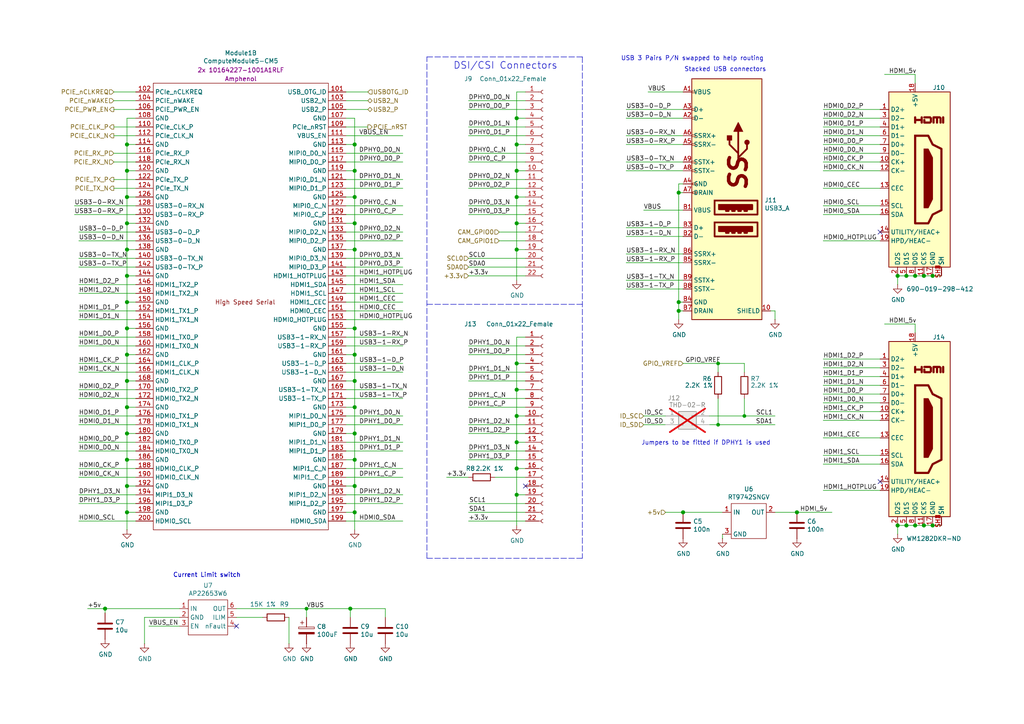
<source format=kicad_sch>
(kicad_sch (version 20231120) (generator "eeschema") (generator_version "8.0")
  (paper "A4")
  (junction (at 102.87 148.59) (diameter 1.016))
  (junction (at 36.83 64.77) (diameter 1.016))
  (junction (at 36.83 102.87) (diameter 1.016))
  (junction (at 265.43 152.4) (diameter 1.016))
  (junction (at 36.83 110.49) (diameter 1.016))
  (junction (at 149.86 120.65) (diameter 1.016))
  (junction (at 102.87 57.15) (diameter 1.016))
  (junction (at 215.9 120.65))
  (junction (at 102.87 133.35) (diameter 1.016))
  (junction (at 149.86 143.51) (diameter 1.016))
  (junction (at 102.87 72.39) (diameter 1.016))
  (junction (at 36.83 57.15) (diameter 1.016))
  (junction (at 231.14 148.59) (diameter 1.016))
  (junction (at 149.86 49.53) (diameter 1.016))
  (junction (at 198.12 148.59) (diameter 1.016))
  (junction (at 102.87 125.73) (diameter 1.016))
  (junction (at 102.87 140.97) (diameter 1.016))
  (junction (at 36.83 80.01) (diameter 1.016))
  (junction (at 267.97 152.4) (diameter 1.016))
  (junction (at 88.9 176.53))
  (junction (at 208.28 105.41))
  (junction (at 102.87 118.11) (diameter 1.016))
  (junction (at 267.97 80.01) (diameter 1.016))
  (junction (at 30.48 176.53) (diameter 1.016))
  (junction (at 102.87 102.87) (diameter 1.016))
  (junction (at 260.35 80.01) (diameter 1.016))
  (junction (at 149.86 113.03) (diameter 1.016))
  (junction (at 102.87 49.53) (diameter 1.016))
  (junction (at 36.83 118.11) (diameter 1.016))
  (junction (at 149.86 64.77) (diameter 1.016))
  (junction (at 260.35 152.4) (diameter 1.016))
  (junction (at 196.85 90.17) (diameter 1.016))
  (junction (at 196.85 87.63) (diameter 1.016))
  (junction (at 265.43 80.01) (diameter 1.016))
  (junction (at 36.83 72.39) (diameter 1.016))
  (junction (at 262.89 152.4) (diameter 1.016))
  (junction (at 36.83 95.25) (diameter 1.016))
  (junction (at 36.83 140.97) (diameter 1.016))
  (junction (at 270.51 80.01) (diameter 1.016))
  (junction (at 36.83 87.63) (diameter 1.016))
  (junction (at 102.87 64.77) (diameter 1.016))
  (junction (at 149.86 135.89) (diameter 1.016))
  (junction (at 36.83 49.53) (diameter 1.016))
  (junction (at 208.28 123.19))
  (junction (at 36.83 41.91) (diameter 1.016))
  (junction (at 36.83 133.35) (diameter 1.016))
  (junction (at 149.86 72.39) (diameter 1.016))
  (junction (at 270.51 152.4) (diameter 1.016))
  (junction (at 102.87 95.25) (diameter 1.016))
  (junction (at 149.86 57.15) (diameter 1.016))
  (junction (at 102.87 110.49) (diameter 1.016))
  (junction (at 149.86 41.91) (diameter 1.016))
  (junction (at 149.86 105.41) (diameter 1.016))
  (junction (at 149.86 34.29) (diameter 1.016))
  (junction (at 196.85 55.88) (diameter 1.016))
  (junction (at 101.6 176.53) (diameter 1.016))
  (junction (at 102.87 41.91) (diameter 1.016))
  (junction (at 36.83 148.59) (diameter 1.016))
  (junction (at 149.86 128.27) (diameter 1.016))
  (junction (at 36.83 125.73) (diameter 1.016))
  (junction (at 262.89 80.01) (diameter 1.016))
  (no_connect (at 68.58 181.61))
  (no_connect (at 255.27 139.7))
  (no_connect (at 255.27 67.31))
  (no_connect (at 152.4 140.97))
  (wire (pts (xy 33.02 36.83) (xy 39.37 36.83)))
  (wire (pts (xy 198.12 55.88) (xy 196.85 55.88)))
  (wire (pts (xy 149.86 113.03) (xy 149.86 120.65)))
  (wire (pts (xy 238.76 44.45) (xy 255.27 44.45)))
  (wire (pts (xy 100.33 107.95) (xy 116.84 107.95)))
  (wire (pts (xy 198.12 90.17) (xy 196.85 90.17)))
  (wire (pts (xy 238.76 54.61) (xy 255.27 54.61)))
  (wire (pts (xy 149.86 49.53) (xy 152.4 49.53)))
  (wire (pts (xy 100.33 130.81) (xy 116.84 130.81)))
  (wire (pts (xy 260.35 152.4) (xy 262.89 152.4)))
  (wire (pts (xy 149.86 57.15) (xy 152.4 57.15)))
  (wire (pts (xy 100.33 49.53) (xy 102.87 49.53)))
  (wire (pts (xy 36.83 34.29) (xy 36.83 41.91)))
  (wire (pts (xy 102.87 57.15) (xy 102.87 49.53)))
  (wire (pts (xy 198.12 87.63) (xy 196.85 87.63)))
  (wire (pts (xy 149.86 113.03) (xy 152.4 113.03)))
  (wire (pts (xy 36.83 72.39) (xy 39.37 72.39)))
  (wire (pts (xy 22.86 90.17) (xy 39.37 90.17)))
  (wire (pts (xy 135.89 44.45) (xy 152.4 44.45)))
  (wire (pts (xy 36.83 118.11) (xy 39.37 118.11)))
  (wire (pts (xy 39.37 148.59) (xy 36.83 148.59)))
  (wire (pts (xy 102.87 72.39) (xy 102.87 64.77)))
  (wire (pts (xy 22.86 74.93) (xy 39.37 74.93)))
  (wire (pts (xy 100.33 120.65) (xy 116.84 120.65)))
  (wire (pts (xy 152.4 74.93) (xy 135.89 74.93)))
  (wire (pts (xy 41.91 179.07) (xy 41.91 186.69)))
  (wire (pts (xy 265.43 80.01) (xy 267.97 80.01)))
  (wire (pts (xy 149.86 128.27) (xy 149.86 135.89)))
  (wire (pts (xy 149.86 34.29) (xy 149.86 41.91)))
  (wire (pts (xy 196.85 90.17) (xy 196.85 92.71)))
  (wire (pts (xy 149.86 64.77) (xy 149.86 72.39)))
  (wire (pts (xy 267.97 152.4) (xy 270.51 152.4)))
  (wire (pts (xy 22.86 146.05) (xy 39.37 146.05)))
  (wire (pts (xy 149.86 41.91) (xy 152.4 41.91)))
  (wire (pts (xy 102.87 110.49) (xy 102.87 118.11)))
  (wire (pts (xy 68.58 176.53) (xy 88.9 176.53)))
  (wire (pts (xy 100.33 138.43) (xy 116.84 138.43)))
  (wire (pts (xy 100.33 64.77) (xy 102.87 64.77)))
  (wire (pts (xy 100.33 128.27) (xy 116.84 128.27)))
  (wire (pts (xy 100.33 97.79) (xy 116.84 97.79)))
  (wire (pts (xy 39.37 34.29) (xy 36.83 34.29)))
  (wire (pts (xy 181.61 39.37) (xy 198.12 39.37)))
  (wire (pts (xy 135.89 46.99) (xy 152.4 46.99)))
  (wire (pts (xy 100.33 105.41) (xy 116.84 105.41)))
  (wire (pts (xy 238.76 109.22) (xy 255.27 109.22)))
  (wire (pts (xy 22.86 69.85) (xy 39.37 69.85)))
  (wire (pts (xy 149.86 41.91) (xy 149.86 49.53)))
  (wire (pts (xy 215.9 105.41) (xy 215.9 107.95)))
  (wire (pts (xy 135.89 107.95) (xy 152.4 107.95)))
  (wire (pts (xy 135.89 29.21) (xy 152.4 29.21)))
  (wire (pts (xy 88.9 176.53) (xy 101.6 176.53)))
  (wire (pts (xy 135.89 52.07) (xy 152.4 52.07)))
  (wire (pts (xy 36.83 125.73) (xy 36.83 133.35)))
  (wire (pts (xy 149.86 72.39) (xy 149.86 81.28)))
  (wire (pts (xy 152.4 151.13) (xy 135.89 151.13)))
  (polyline (pts (xy 168.91 16.51) (xy 168.91 161.925)) (stroke (width 0) (type dash)))
  (wire (pts (xy 238.76 114.3) (xy 255.27 114.3)))
  (wire (pts (xy 33.02 54.61) (xy 39.37 54.61)))
  (wire (pts (xy 238.76 119.38) (xy 255.27 119.38)))
  (wire (pts (xy 149.86 34.29) (xy 152.4 34.29)))
  (wire (pts (xy 33.02 31.75) (xy 39.37 31.75)))
  (wire (pts (xy 36.83 118.11) (xy 36.83 125.73)))
  (wire (pts (xy 238.76 106.68) (xy 255.27 106.68)))
  (wire (pts (xy 135.89 115.57) (xy 152.4 115.57)))
  (wire (pts (xy 22.86 82.55) (xy 39.37 82.55)))
  (wire (pts (xy 238.76 134.62) (xy 255.27 134.62)))
  (wire (pts (xy 22.86 113.03) (xy 39.37 113.03)))
  (wire (pts (xy 36.83 64.77) (xy 36.83 72.39)))
  (wire (pts (xy 205.74 123.19) (xy 208.28 123.19)))
  (wire (pts (xy 238.76 36.83) (xy 255.27 36.83)))
  (wire (pts (xy 100.33 125.73) (xy 102.87 125.73)))
  (wire (pts (xy 100.33 113.03) (xy 116.84 113.03)))
  (wire (pts (xy 100.33 52.07) (xy 116.84 52.07)))
  (wire (pts (xy 265.43 21.59) (xy 265.43 24.13)))
  (wire (pts (xy 22.86 85.09) (xy 39.37 85.09)))
  (wire (pts (xy 36.83 110.49) (xy 36.83 118.11)))
  (wire (pts (xy 129.54 138.43) (xy 135.89 138.43)))
  (wire (pts (xy 238.76 132.08) (xy 255.27 132.08)))
  (wire (pts (xy 193.04 148.59) (xy 198.12 148.59)))
  (wire (pts (xy 215.9 115.57) (xy 215.9 120.65)))
  (wire (pts (xy 33.02 39.37) (xy 39.37 39.37)))
  (wire (pts (xy 100.33 31.75) (xy 106.68 31.75)))
  (wire (pts (xy 102.87 102.87) (xy 102.87 110.49)))
  (wire (pts (xy 149.86 105.41) (xy 152.4 105.41)))
  (wire (pts (xy 135.89 118.11) (xy 152.4 118.11)))
  (wire (pts (xy 256.54 21.59) (xy 265.43 21.59)))
  (wire (pts (xy 102.87 49.53) (xy 102.87 41.91)))
  (wire (pts (xy 238.76 142.24) (xy 255.27 142.24)))
  (wire (pts (xy 36.83 72.39) (xy 36.83 80.01)))
  (wire (pts (xy 21.59 59.69) (xy 39.37 59.69)))
  (wire (pts (xy 152.4 26.67) (xy 149.86 26.67)))
  (wire (pts (xy 208.28 115.57) (xy 208.28 123.19)))
  (wire (pts (xy 39.37 46.99) (xy 33.02 46.99)))
  (wire (pts (xy 102.87 133.35) (xy 102.87 140.97)))
  (wire (pts (xy 22.86 128.27) (xy 39.37 128.27)))
  (wire (pts (xy 224.79 148.59) (xy 231.14 148.59)))
  (wire (pts (xy 22.86 67.31) (xy 39.37 67.31)))
  (wire (pts (xy 100.33 80.01) (xy 116.84 80.01)))
  (wire (pts (xy 152.4 80.01) (xy 135.89 80.01)))
  (wire (pts (xy 149.86 26.67) (xy 149.86 34.29)))
  (wire (pts (xy 181.61 81.28) (xy 198.12 81.28)))
  (wire (pts (xy 135.89 31.75) (xy 152.4 31.75)))
  (wire (pts (xy 238.76 121.92) (xy 255.27 121.92)))
  (wire (pts (xy 36.83 87.63) (xy 36.83 95.25)))
  (wire (pts (xy 100.33 140.97) (xy 102.87 140.97)))
  (wire (pts (xy 116.84 100.33) (xy 100.33 100.33)))
  (wire (pts (xy 135.89 123.19) (xy 152.4 123.19)))
  (wire (pts (xy 36.83 41.91) (xy 39.37 41.91)))
  (wire (pts (xy 262.89 152.4) (xy 265.43 152.4)))
  (wire (pts (xy 152.4 148.59) (xy 135.89 148.59)))
  (wire (pts (xy 181.61 46.99) (xy 198.12 46.99)))
  (wire (pts (xy 260.35 152.4) (xy 260.35 154.94)))
  (wire (pts (xy 33.02 52.07) (xy 39.37 52.07)))
  (wire (pts (xy 36.83 87.63) (xy 39.37 87.63)))
  (wire (pts (xy 36.83 95.25) (xy 36.83 102.87)))
  (wire (pts (xy 102.87 72.39) (xy 102.87 95.25)))
  (wire (pts (xy 100.33 59.69) (xy 116.84 59.69)))
  (wire (pts (xy 83.82 179.07) (xy 83.82 186.69)))
  (wire (pts (xy 22.86 105.41) (xy 39.37 105.41)))
  (wire (pts (xy 43.18 181.61) (xy 52.07 181.61)))
  (polyline (pts (xy 123.825 88.265) (xy 168.91 88.265)) (stroke (width 0) (type dash)))
  (wire (pts (xy 231.14 148.59) (xy 241.3 148.59)))
  (wire (pts (xy 198.12 148.59) (xy 209.55 148.59)))
  (wire (pts (xy 223.52 90.17) (xy 224.79 90.17)))
  (wire (pts (xy 149.86 105.41) (xy 149.86 113.03)))
  (wire (pts (xy 149.86 120.65) (xy 149.86 128.27)))
  (wire (pts (xy 100.33 115.57) (xy 116.84 115.57)))
  (wire (pts (xy 100.33 85.09) (xy 116.84 85.09)))
  (wire (pts (xy 135.89 125.73) (xy 152.4 125.73)))
  (wire (pts (xy 238.76 127) (xy 255.27 127)))
  (wire (pts (xy 100.33 135.89) (xy 116.84 135.89)))
  (wire (pts (xy 149.86 57.15) (xy 149.86 64.77)))
  (wire (pts (xy 36.83 80.01) (xy 39.37 80.01)))
  (wire (pts (xy 181.61 83.82) (xy 198.12 83.82)))
  (wire (pts (xy 135.89 59.69) (xy 152.4 59.69)))
  (wire (pts (xy 181.61 76.2) (xy 198.12 76.2)))
  (wire (pts (xy 238.76 62.23) (xy 255.27 62.23)))
  (wire (pts (xy 144.78 67.31) (xy 152.4 67.31)))
  (wire (pts (xy 144.78 69.85) (xy 152.4 69.85)))
  (wire (pts (xy 36.83 133.35) (xy 39.37 133.35)))
  (wire (pts (xy 100.33 44.45) (xy 116.84 44.45)))
  (wire (pts (xy 39.37 107.95) (xy 22.86 107.95)))
  (wire (pts (xy 100.33 36.83) (xy 106.68 36.83)))
  (wire (pts (xy 238.76 46.99) (xy 255.27 46.99)))
  (wire (pts (xy 196.85 55.88) (xy 196.85 87.63)))
  (wire (pts (xy 100.33 69.85) (xy 116.84 69.85)))
  (wire (pts (xy 181.61 66.04) (xy 198.12 66.04)))
  (wire (pts (xy 102.87 118.11) (xy 102.87 125.73)))
  (wire (pts (xy 36.83 140.97) (xy 36.83 148.59)))
  (wire (pts (xy 102.87 125.73) (xy 102.87 133.35)))
  (wire (pts (xy 238.76 104.14) (xy 255.27 104.14)))
  (wire (pts (xy 100.33 151.13) (xy 116.84 151.13)))
  (wire (pts (xy 22.86 77.47) (xy 39.37 77.47)))
  (wire (pts (xy 36.83 102.87) (xy 39.37 102.87)))
  (wire (pts (xy 143.51 138.43) (xy 152.4 138.43)))
  (wire (pts (xy 100.33 54.61) (xy 116.84 54.61)))
  (wire (pts (xy 135.89 54.61) (xy 152.4 54.61)))
  (wire (pts (xy 100.33 133.35) (xy 102.87 133.35)))
  (wire (pts (xy 135.89 39.37) (xy 152.4 39.37)))
  (wire (pts (xy 36.83 148.59) (xy 36.83 153.67)))
  (wire (pts (xy 88.9 176.53) (xy 88.9 179.07)))
  (wire (pts (xy 33.02 26.67) (xy 39.37 26.67)))
  (wire (pts (xy 149.86 64.77) (xy 152.4 64.77)))
  (wire (pts (xy 238.76 31.75) (xy 255.27 31.75)))
  (wire (pts (xy 22.86 97.79) (xy 39.37 97.79)))
  (wire (pts (xy 196.85 87.63) (xy 196.85 90.17)))
  (polyline (pts (xy 123.825 161.925) (xy 123.825 16.51)) (stroke (width 0) (type dash)))
  (wire (pts (xy 149.86 135.89) (xy 149.86 143.51)))
  (wire (pts (xy 270.51 152.4) (xy 273.05 152.4)))
  (wire (pts (xy 36.83 57.15) (xy 36.83 64.77)))
  (wire (pts (xy 30.48 177.8) (xy 30.48 176.53)))
  (wire (pts (xy 100.33 41.91) (xy 102.87 41.91)))
  (wire (pts (xy 36.83 41.91) (xy 36.83 49.53)))
  (wire (pts (xy 106.68 26.67) (xy 100.33 26.67)))
  (wire (pts (xy 30.48 176.53) (xy 52.07 176.53)))
  (wire (pts (xy 101.6 176.53) (xy 111.76 176.53)))
  (wire (pts (xy 100.33 146.05) (xy 116.84 146.05)))
  (wire (pts (xy 36.83 125.73) (xy 39.37 125.73)))
  (wire (pts (xy 22.86 123.19) (xy 39.37 123.19)))
  (wire (pts (xy 152.4 97.79) (xy 149.86 97.79)))
  (wire (pts (xy 135.89 133.35) (xy 152.4 133.35)))
  (wire (pts (xy 100.33 102.87) (xy 102.87 102.87)))
  (wire (pts (xy 111.76 176.53) (xy 111.76 179.07)))
  (wire (pts (xy 102.87 140.97) (xy 102.87 148.59)))
  (wire (pts (xy 36.83 49.53) (xy 39.37 49.53)))
  (wire (pts (xy 149.86 120.65) (xy 152.4 120.65)))
  (wire (pts (xy 149.86 135.89) (xy 152.4 135.89)))
  (wire (pts (xy 100.33 57.15) (xy 102.87 57.15)))
  (wire (pts (xy 36.83 95.25) (xy 39.37 95.25)))
  (wire (pts (xy 238.76 116.84) (xy 255.27 116.84)))
  (wire (pts (xy 22.86 115.57) (xy 39.37 115.57)))
  (wire (pts (xy 22.86 130.81) (xy 39.37 130.81)))
  (wire (pts (xy 39.37 140.97) (xy 36.83 140.97)))
  (wire (pts (xy 22.86 151.13) (xy 39.37 151.13)))
  (wire (pts (xy 102.87 64.77) (xy 102.87 57.15)))
  (wire (pts (xy 262.89 80.01) (xy 265.43 80.01)))
  (wire (pts (xy 152.4 146.05) (xy 135.89 146.05)))
  (wire (pts (xy 135.89 36.83) (xy 152.4 36.83)))
  (wire (pts (xy 181.61 73.66) (xy 198.12 73.66)))
  (wire (pts (xy 186.69 123.19) (xy 193.04 123.19)))
  (wire (pts (xy 36.83 80.01) (xy 36.83 87.63)))
  (wire (pts (xy 224.79 90.17) (xy 224.79 92.71)))
  (wire (pts (xy 187.96 26.67) (xy 198.12 26.67)))
  (wire (pts (xy 260.35 80.01) (xy 260.35 82.55)))
  (wire (pts (xy 135.89 62.23) (xy 152.4 62.23)))
  (wire (pts (xy 238.76 34.29) (xy 255.27 34.29)))
  (wire (pts (xy 186.69 60.96) (xy 198.12 60.96)))
  (polyline (pts (xy 168.91 161.925) (xy 123.825 161.925)) (stroke (width 0) (type dash)))
  (wire (pts (xy 267.97 80.01) (xy 270.51 80.01)))
  (wire (pts (xy 181.61 34.29) (xy 198.12 34.29)))
  (wire (pts (xy 149.86 128.27) (xy 152.4 128.27)))
  (wire (pts (xy 196.85 53.34) (xy 196.85 55.88)))
  (wire (pts (xy 21.59 62.23) (xy 39.37 62.23)))
  (wire (pts (xy 238.76 41.91) (xy 255.27 41.91)))
  (wire (pts (xy 135.89 130.81) (xy 152.4 130.81)))
  (wire (pts (xy 135.89 110.49) (xy 152.4 110.49)))
  (wire (pts (xy 100.33 92.71) (xy 116.84 92.71)))
  (wire (pts (xy 102.87 41.91) (xy 102.87 34.29)))
  (wire (pts (xy 256.54 93.98) (xy 265.43 93.98)))
  (wire (pts (xy 22.86 138.43) (xy 39.37 138.43)))
  (wire (pts (xy 208.28 105.41) (xy 215.9 105.41)))
  (wire (pts (xy 149.86 49.53) (xy 149.86 57.15)))
  (wire (pts (xy 149.86 143.51) (xy 152.4 143.51)))
  (wire (pts (xy 181.61 41.91) (xy 198.12 41.91)))
  (wire (pts (xy 68.58 179.07) (xy 76.2 179.07)))
  (wire (pts (xy 100.33 110.49) (xy 102.87 110.49)))
  (wire (pts (xy 100.33 77.47) (xy 116.84 77.47)))
  (wire (pts (xy 238.76 59.69) (xy 255.27 59.69)))
  (wire (pts (xy 198.12 105.41) (xy 208.28 105.41)))
  (wire (pts (xy 238.76 111.76) (xy 255.27 111.76)))
  (wire (pts (xy 265.43 93.98) (xy 265.43 96.52)))
  (wire (pts (xy 36.83 57.15) (xy 39.37 57.15)))
  (wire (pts (xy 36.83 133.35) (xy 36.83 140.97)))
  (wire (pts (xy 186.69 120.65) (xy 193.04 120.65)))
  (wire (pts (xy 238.76 49.53) (xy 255.27 49.53)))
  (wire (pts (xy 22.86 120.65) (xy 39.37 120.65)))
  (polyline (pts (xy 123.825 16.51) (xy 169.418 16.51)) (stroke (width 0) (type dash)))
  (wire (pts (xy 149.86 97.79) (xy 149.86 105.41)))
  (wire (pts (xy 100.33 74.93) (xy 116.84 74.93)))
  (wire (pts (xy 100.33 143.51) (xy 116.84 143.51)))
  (wire (pts (xy 100.33 67.31) (xy 116.84 67.31)))
  (wire (pts (xy 100.33 29.21) (xy 106.68 29.21)))
  (wire (pts (xy 205.74 120.65) (xy 215.9 120.65)))
  (wire (pts (xy 208.28 123.19) (xy 224.79 123.19)))
  (wire (pts (xy 22.86 100.33) (xy 39.37 100.33)))
  (wire (pts (xy 181.61 68.58) (xy 198.12 68.58)))
  (wire (pts (xy 238.76 69.85) (xy 255.27 69.85)))
  (wire (pts (xy 152.4 77.47) (xy 135.89 77.47)))
  (wire (pts (xy 100.33 87.63) (xy 116.84 87.63)))
  (wire (pts (xy 33.02 29.21) (xy 39.37 29.21)))
  (wire (pts (xy 36.83 102.87) (xy 36.83 110.49)))
  (wire (pts (xy 209.55 154.94) (xy 209.55 156.21)))
  (wire (pts (xy 22.86 135.89) (xy 39.37 135.89)))
  (wire (pts (xy 135.89 102.87) (xy 152.4 102.87)))
  (wire (pts (xy 100.33 148.59) (xy 102.87 148.59)))
  (wire (pts (xy 100.33 72.39) (xy 102.87 72.39)))
  (wire (pts (xy 181.61 49.53) (xy 198.12 49.53)))
  (wire (pts (xy 22.86 92.71) (xy 39.37 92.71)))
  (wire (pts (xy 198.12 53.34) (xy 196.85 53.34)))
  (wire (pts (xy 100.33 62.23) (xy 116.84 62.23)))
  (wire (pts (xy 270.51 80.01) (xy 273.05 80.01)))
  (wire (pts (xy 135.89 100.33) (xy 152.4 100.33)))
  (wire (pts (xy 260.35 80.01) (xy 262.89 80.01)))
  (wire (pts (xy 100.33 82.55) (xy 116.84 82.55)))
  (wire (pts (xy 36.83 64.77) (xy 39.37 64.77)))
  (wire (pts (xy 149.86 72.39) (xy 152.4 72.39)))
  (wire (pts (xy 100.33 39.37) (xy 116.84 39.37)))
  (wire (pts (xy 25.4 176.53) (xy 30.48 176.53)))
  (wire (pts (xy 100.33 95.25) (xy 102.87 95.25)))
  (wire (pts (xy 238.76 39.37) (xy 255.27 39.37)))
  (wire (pts (xy 265.43 152.4) (xy 267.97 152.4)))
  (wire (pts (xy 102.87 148.59) (xy 102.87 153.67)))
  (wire (pts (xy 208.28 105.41) (xy 208.28 107.95)))
  (wire (pts (xy 101.6 179.07) (xy 101.6 176.53)))
  (wire (pts (xy 22.86 143.51) (xy 39.37 143.51)))
  (wire (pts (xy 181.61 31.75) (xy 198.12 31.75)))
  (wire (pts (xy 149.86 143.51) (xy 149.86 152.4)))
  (wire (pts (xy 52.07 179.07) (xy 41.91 179.07)))
  (wire (pts (xy 36.83 49.53) (xy 36.83 57.15)))
  (wire (pts (xy 100.33 123.19) (xy 116.84 123.19)))
  (wire (pts (xy 100.33 90.17) (xy 116.84 90.17)))
  (wire (pts (xy 102.87 95.25) (xy 102.87 102.87)))
  (wire (pts (xy 100.33 118.11) (xy 102.87 118.11)))
  (wire (pts (xy 39.37 44.45) (xy 33.02 44.45)))
  (wire (pts (xy 215.9 120.65) (xy 224.79 120.65)))
  (wire (pts (xy 102.87 34.29) (xy 100.33 34.29)))
  (wire (pts (xy 36.83 110.49) (xy 39.37 110.49)))
  (wire (pts (xy 100.33 46.99) (xy 116.84 46.99)))
  (text "Current Limit switch" (at 69.85 167.64 0) (effects (font (size 1.27 1.27)) (justify right bottom)))
  (text "Current Limit switch" (at 69.85 167.64 0) (effects (font (size 1.27 1.27)) (justify right bottom)))
  (text "Jumpers to be fitted if DPHY1 is used\n" (at 223.52 129.286 0) (effects (font (size 1.27 1.27)) (justify right bottom)))
  (text "DSI/CSI Connectors" (at 131.445 20.32 0) (effects (font (size 2.0066 2.0066)) (justify left bottom)))
  (text "Stacked USB connectors" (at 222.25 20.955 0) (effects (font (size 1.27 1.27)) (justify right bottom)))
  (text "USB 3 Pairs P/N swapped to help routing" (at 180.086 17.78 0) (effects (font (size 1.27 1.27)) (justify left bottom)))
  (label "HDMI_5v" (at 257.81 21.59 0))
  (label "HDMI0_CEC" (at 238.76 54.61 0))
  (label "USB3-0-TX_N" (at 22.86 74.93 0))
  (label "HDMI0_SDA" (at 104.14 151.13 0))
  (label "HDMI1_D1_P" (at 22.86 90.17 0))
  (label "HDMI1_CK_P" (at 22.86 105.41 0))
  (label "VBUS" (at 88.9 176.53 0))
  (label "SCL1" (at 224.155 120.65 180))
  (label "DPHY0_D0_N" (at 135.89 29.21 0))
  (label "USB3-0-RX_P" (at 21.59 62.23 0))
  (label "HDMI0_D0_N" (at 238.76 44.45 0))
  (label "USB3-1-RX_N" (at 104.14 97.79 0))
  (label "GPIO_VREF" (at 198.755 105.41 0))
  (label "DPHY0_D0_N" (at 116.205 44.45 180))
  (label "HDMI0_D1_N" (at 238.76 39.37 0))
  (label "DPHY0_D0_P" (at 135.89 31.75 0))
  (label "HDMI0_D1_P" (at 238.76 36.83 0))
  (label "VBUS_EN" (at 43.18 181.61 0))
  (label "HDMI1_D0_P" (at 22.86 97.79 0))
  (label "USB3-0-RX_N" (at 181.61 39.37 0))
  (label "USB3-1-TX_P" (at 181.61 83.82 0))
  (label "USB3-1-TX_P" (at 104.14 115.57 0))
  (label "DPHY1_C_P" (at 135.89 118.11 0))
  (label "HDMI_5v" (at 240.03 148.59 180))
  (label "HDMI0_HOTPLUG" (at 238.76 69.85 0))
  (label "DPHY1_D0_P" (at 116.205 123.19 180))
  (label "ID_SC" (at 192.405 120.65 180))
  (label "HDMI1_D1_N" (at 22.86 92.71 0))
  (label "USB3-0-TX_P" (at 22.86 77.47 0))
  (label "HDMI1_D1_P" (at 238.76 109.22 0))
  (label "DPHY0_D3_N" (at 116.205 74.93 180))
  (label "USB3-0-TX_N" (at 181.61 46.99 0))
  (label "ID_SD" (at 192.405 123.19 180))
  (label "DPHY1_D0_N" (at 135.89 100.33 0))
  (label "USB3-0-RX_N" (at 21.59 59.69 0))
  (label "VBUS" (at 186.69 60.96 0))
  (label "+3.3v" (at 135.89 80.01 0))
  (label "DPHY0_D1_P" (at 116.205 54.61 180))
  (label "HDMI0_D2_N" (at 22.86 115.57 0))
  (label "SDA1" (at 224.155 123.19 180))
  (label "HDMI0_SCL" (at 238.76 59.69 0))
  (label "SCL0" (at 135.89 74.93 0))
  (label "HDMI1_D2_P" (at 22.86 82.55 0))
  (label "DPHY0_D1_P" (at 135.89 39.37 0))
  (label "HDMI_5v" (at 257.81 93.98 0))
  (label "USB3-0-TX_P" (at 181.61 49.53 0))
  (label "DPHY0_D0_P" (at 116.205 46.99 180))
  (label "HDMI1_CEC" (at 104.14 87.63 0))
  (label "DPHY0_C_N" (at 135.89 44.45 0))
  (label "DPHY0_C_P" (at 135.89 46.99 0))
  (label "HDMI1_HOTPLUG" (at 104.14 80.01 0))
  (label "HDMI1_D0_P" (at 238.76 114.3 0))
  (label "USB3-1-RX_P" (at 104.14 100.33 0))
  (label "USB3-1-TX_N" (at 104.14 113.03 0))
  (label "DPHY1_D1_P" (at 135.89 110.49 0))
  (label "USB3-0-D_P" (at 22.86 67.31 0))
  (label "+3.3v" (at 129.54 138.43 0))
  (label "HDMI0_D2_P" (at 22.86 113.03 0))
  (label "HDMI0_D1_P" (at 22.86 120.65 0))
  (label "HDMI1_CK_N" (at 22.86 107.95 0))
  (label "DPHY1_D3_P" (at 135.89 133.35 0))
  (label "VBUS_EN" (at 104.14 39.37 0))
  (label "HDMI1_CK_P" (at 238.76 119.38 0))
  (label "DPHY1_C_P" (at 104.14 138.43 0))
  (label "SCL1" (at 140.97 146.05 180))
  (label "HDMI0_D0_N" (at 22.86 130.81 0))
  (label "DPHY0_D3_N" (at 135.89 59.69 0))
  (label "HDMI1_D1_N" (at 238.76 111.76 0))
  (label "DPHY0_D2_N" (at 135.89 52.07 0))
  (label "DPHY1_D1_N" (at 116.205 128.27 180))
  (label "USB3-0-D_N" (at 22.86 69.85 0))
  (label "HDMI1_CEC" (at 238.76 127 0))
  (label "DPHY0_D1_N" (at 116.205 52.07 180))
  (label "HDMI0_D1_N" (at 22.86 123.19 0))
  (label "HDMI1_D2_N" (at 238.76 106.68 0))
  (label "DPHY0_C_N" (at 104.14 59.69 0))
  (label "DPHY0_D3_P" (at 116.205 77.47 180))
  (label "USB3-1-RX_N" (at 181.61 73.66 0))
  (label "DPHY1_D2_N" (at 135.89 123.19 0))
  (label "HDMI0_CEC" (at 104.14 90.17 0))
  (label "USB3-1-D_P" (at 104.14 105.41 0))
  (label "HDMI0_D0_P" (at 238.76 41.91 0))
  (label "HDMI1_D2_P" (at 238.76 104.14 0))
  (label "DPHY0_D2_N" (at 104.14 67.31 0))
  (label "HDMI0_D2_P" (at 238.76 31.75 0))
  (label "DPHY1_D1_P" (at 116.205 130.81 180))
  (label "DPHY1_D3_P" (at 22.86 146.05 0))
  (label "HDMI0_SDA" (at 238.76 62.23 0))
  (label "USB3-0-D_P" (at 181.61 31.75 0))
  (label "USB3-1-TX_N" (at 181.61 81.28 0))
  (label "DPHY0_D3_P" (at 135.89 62.23 0))
  (label "SDA0" (at 135.89 77.47 0))
  (label "+3.3v" (at 135.89 151.13 0))
  (label "HDMI1_D2_N" (at 22.86 85.09 0))
  (label "HDMI1_HOTPLUG" (at 238.76 142.24 0))
  (label "DPHY1_D2_N" (at 104.14 143.51 0))
  (label "USB3-0-RX_P" (at 181.61 41.91 0))
  (label "HDMI1_SDA" (at 104.14 82.55 0))
  (label "DPHY1_D1_N" (at 135.89 107.95 0))
  (label "USB3-0-D_N" (at 181.61 34.29 0))
  (label "DPHY1_C_N" (at 135.89 115.57 0))
  (label "HDMI0_D2_N" (at 238.76 34.29 0))
  (label "HDMI0_CK_P" (at 22.86 135.89 0))
  (label "DPHY0_C_P" (at 104.14 62.23 0))
  (label "USB3-1-D_N" (at 181.61 68.58 0))
  (label "DPHY1_C_N" (at 104.14 135.89 0))
  (label "HDMI1_SCL" (at 238.76 132.08 0))
  (label "HDMI1_SDA" (at 238.76 134.62 0))
  (label "+5v" (at 25.4 176.53 0))
  (label "HDMI1_CK_N" (at 238.76 121.92 0))
  (label "HDMI0_CK_N" (at 22.86 138.43 0))
  (label "DPHY0_D2_P" (at 104.14 69.85 0))
  (label "DPHY0_D1_N" (at 135.89 36.83 0))
  (label "HDMI0_SCL" (at 22.86 151.13 0))
  (label "DPHY1_D2_P" (at 135.89 125.73 0))
  (label "HDMI0_CK_P" (at 238.76 46.99 0))
  (label "DPHY1_D3_N" (at 22.86 143.51 0))
  (label "HDMI1_D0_N" (at 22.86 100.33 0))
  (label "HDMI0_D0_P" (at 22.86 128.27 0))
  (label "USB3-1-D_N" (at 104.14 107.95 0))
  (label "VBUS" (at 187.96 26.67 0))
  (label "DPHY1_D3_N" (at 135.89 130.81 0))
  (label "USB3-1-RX_P" (at 181.61 76.2 0))
  (label "HDMI0_HOTPLUG" (at 104.14 92.71 0))
  (label "HDMI1_D0_N" (at 238.76 116.84 0))
  (label "HDMI0_CK_N" (at 238.76 49.53 0))
  (label "SDA1" (at 140.97 148.59 180))
  (label "DPHY1_D0_N" (at 116.205 120.65 180))
  (label "DPHY0_D2_P" (at 135.89 54.61 0))
  (label "DPHY1_D0_P" (at 135.89 102.87 0))
  (label "DPHY1_D2_P" (at 104.14 146.05 0))
  (label "HDMI1_SCL" (at 104.14 85.09 0))
  (label "USB3-1-D_P" (at 181.61 66.04 0))
  (hierarchical_label "USB2_P" (shape bidirectional) (at 106.68 31.75 0))
  (hierarchical_label "ID_SC" (shape input) (at 186.69 120.65 180))
  (hierarchical_label "PCIE_RX_P" (shape input) (at 33.02 44.45 180))
  (hierarchical_label "PCIE_nCLKREQ" (shape input) (at 33.02 26.67 180))
  (hierarchical_label "PCIE_nWAKE" (shape input) (at 33.02 29.21 180))
  (hierarchical_label "SCL0" (shape input) (at 135.89 74.93 180))
  (hierarchical_label "PCIE_PWR_EN" (shape output) (at 33.02 31.75 180))
  (hierarchical_label "CAM_GPIO1" (shape input) (at 144.78 69.85 180))
  (hierarchical_label "GPIO_VREF" (shape input) (at 198.12 105.41 180))
  (hierarchical_label "PCIE_CLK_N" (shape output) (at 33.02 39.37 180))
  (hierarchical_label "USBOTG_ID" (shape input) (at 106.68 26.67 0))
  (hierarchical_label "ID_SD" (shape input) (at 186.69 123.19 180))
  (hierarchical_label "CAM_GPIO0" (shape input) (at 144.78 67.31 180))
  (hierarchical_label "PCIE_nRST" (shape output) (at 106.68 36.83 0))
  (hierarchical_label "+5v" (shape input) (at 193.04 148.59 180))
  (hierarchical_label "SDA0" (shape input) (at 135.89 77.47 180))
  (hierarchical_label "PCIE_TX_P" (shape output) (at 33.02 52.07 180))
  (hierarchical_label "PCIE_CLK_P" (shape output) (at 33.02 36.83 180))
  (hierarchical_label "+3.3v" (shape input) (at 135.89 80.01 180))
  (hierarchical_label "PCIE_TX_N" (shape output) (at 33.02 54.61 180))
  (hierarchical_label "PCIE_RX_N" (shape input) (at 33.02 46.99 180))
  (hierarchical_label "USB2_N" (shape bidirectional) (at 106.68 29.21 0))
  (symbol (lib_id "power:GND") (at 83.82 186.69 0) (unit 1)
    (property "Reference" "#PWR035" (effects (hide yes)))
    (property "Value" "GND" (at 83.947 191.0842 0))
    (property "Description" "Power symbol creates a global label with name \"GND\" , ground" (effects (hide yes)))
  )
  (symbol (lib_id "power:GND") (at 149.86 81.28 0) (unit 1)
    (property "Reference" "#PWR022" (effects (hide yes)))
    (property "Value" "GND" (at 149.987 85.6742 0))
    (property "Description" "Power symbol creates a global label with name \"GND\" , ground" (effects (hide yes)))
  )
  (symbol (lib_id "power:GND") (at 209.55 156.21 0) (unit 1)
    (property "Reference" "#PWR031" (effects (hide yes)))
    (property "Value" "GND" (at 209.677 160.6042 0))
    (property "Description" "Power symbol creates a global label with name \"GND\" , ground" (effects (hide yes)))
  )
  (symbol (lib_id "power:GND") (at 41.91 186.69 0) (unit 1)
    (property "Reference" "#PWR034" (effects (hide yes)))
    (property "Value" "GND" (at 42.037 191.0842 0))
    (property "Description" "Power symbol creates a global label with name \"GND\" , ground" (effects (hide yes)))
  )
  (symbol (lib_id "CM5IO:AP2553W6") (at 60.96 179.07 0) (unit 1)
    (property "Reference" "U7" (at 60.325 169.799 0))
    (property "Value" "AP22653W6" (at 60.325 172.1104 0))
    (property "Footprint" "Package_TO_SOT_SMD:SOT-23-6" (effects (hide yes)))
    (property "Datasheet" "https://www.diodes.com/assets/Datasheets/AP255x.pdf" (effects (hide yes)))
    (property "Field4" "Digikey" (effects (hide yes)))
    (property "Field5" "	31-AP22653W6-7CT-ND" (effects (hide yes)))
    (property "Field6" "AP22653W6" (effects (hide yes)))
    (property "Field7" "Diodes" (effects (hide yes)))
    (property "Part Description" "	Power Switch/Driver 1:1 P-Channel 2.1A SOT-23-6" (effects (hide yes)))
    (property "digikey" "31-AP22653W6-7CT-ND" (effects (hide yes)))
  )
  (symbol (lib_id "Device:C") (at 101.6 182.88 0) (unit 1)
    (property "Reference" "C9" (at 104.521 181.7116 0) (effects (justify left)))
    (property "Value" "10u" (at 104.521 184.023 0) (effects (justify left)))
    (property "Footprint" "Capacitor_SMD:C_0805_2012Metric_Pad1.18x1.45mm_HandSolder" (effects (hide yes)))
    (property "Field5" "490-14381-1-ND" (effects (hide yes)))
    (property "Field4" "Digikey" (effects (hide yes)))
    (property "Field6" "GRM21BR71A106KA73L" (effects (hide yes)))
    (property "Field7" "Murata" (effects (hide yes)))
    (property "Part Description" "	10uF 10% 10V Ceramic Capacitor X7R 0805 (2012 Metric)" (effects (hide yes)))
    (property "Field8" "111893011" (effects (hide yes)))
    (property "digikey" "1276-1096-1-ND " (effects (hide yes)))
  )
  (symbol (lib_id "power:GND") (at 101.6 186.69 0) (unit 1)
    (property "Reference" "#PWR037" (effects (hide yes)))
    (property "Value" "GND" (at 101.727 191.0842 0))
    (property "Description" "Power symbol creates a global label with name \"GND\" , ground" (effects (hide yes)))
  )
  (symbol (lib_id "power:GND") (at 30.48 185.42 0) (unit 1)
    (property "Reference" "#PWR033" (effects (hide yes)))
    (property "Value" "GND" (at 30.607 189.8142 0))
    (property "Description" "Power symbol creates a global label with name \"GND\" , ground" (effects (hide yes)))
  )
  (symbol (lib_id "CM5IO:USB3_A") (at 209.55 53.34 0) (unit 1)
    (property "Reference" "J11" (at 221.742 58.0644 0) (effects (justify left)))
    (property "Value" "USB3_A" (at 221.742 60.3758 0) (effects (justify left)))
    (property "Footprint" "CM5IO:MTCONN_UBAF30-D2011" (effects (hide yes)))
    (property "Field6" "UBAF30-D2011" (effects (hide yes)))
    (property "Field7" "Mtconn" (effects (hide yes)))
    (property "Field5" "UBAF30-D2011" (effects (hide yes)))
    (property "Part Description" "Dual USB 3 connector" (effects (hide yes)))
    (property "digikey" "380-1411-ND" (effects (hide yes)))
  )
  (symbol (lib_id "Device:R") (at 208.28 111.76 0) (unit 1)
    (property "Reference" "R6" (at 203.708 109.855 0) (effects (justify left)))
    (property "Value" "2.2K 1%" (at 198.628 111.76 0) (effects (justify left)))
    (property "Footprint" "Resistor_SMD:R_0805_2012Metric_Pad1.20x1.40mm_HandSolder" (effects (hide yes)))
    (property "Datasheet" "https://fscdn.rohm.com/en/products/databook/datasheet/passive/resistor/chip_resistor/mcr-e.pdf" (effects (hide yes)))
    (property "Field4" "Farnell" (effects (hide yes)))
    (property "Part Description" "Resistor 2.2K M1005 1% 63mW" (effects (hide yes)))
    (property "digikey" "311-2.20KCRCT-ND" (effects (hide yes)))
  )
  (symbol (lib_id "power:GND") (at 102.87 153.67 0) (unit 1)
    (property "Reference" "#PWR028" (effects (hide yes)))
    (property "Value" "GND" (at 102.997 158.0642 0))
    (property "Description" "Power symbol creates a global label with name \"GND\" , ground" (effects (hide yes)))
  )
  (symbol (lib_id "Connector_Generic:Conn_02x02_Odd_Even") (at 198.12 120.65 0) (unit 1) (dnp yes)
    (property "Reference" "J12" (at 195.453 115.443 0))
    (property "Value" "THD-02-R" (at 199.39 117.4496 0))
    (property "Footprint" "Connector_PinHeader_2.54mm:PinHeader_2x02_P2.54mm_Vertical" (effects (hide yes)))
    (property "Datasheet" "https://www.toby.co.uk/uploads/publications/1673.pdf" (effects (hide yes)))
    (property "Field4" "Toby" (effects (hide yes)))
    (property "Field5" "THD-02-R" (effects (hide yes)))
    (property "Field6" "151-604-425-761" (effects (hide yes)))
    (property "Field7" "EDAC" (effects (hide yes)))
    (property "Field8" "UCON00791" (effects (hide yes)))
    (property "Part Description" "PinHeader_2x02_P2.54mm_Vertical" (effects (hide yes)))
  )
  (symbol (lib_id "power:GND") (at 111.76 186.69 0) (unit 1)
    (property "Reference" "#PWR038" (effects (hide yes)))
    (property "Value" "GND" (at 111.887 191.0842 0))
    (property "Description" "Power symbol creates a global label with name \"GND\" , ground" (effects (hide yes)))
  )
  (symbol (lib_id "Device:C") (at 30.48 181.61 0) (unit 1)
    (property "Reference" "C7" (at 33.401 180.4416 0) (effects (justify left)))
    (property "Value" "10u" (at 33.401 182.753 0) (effects (justify left)))
    (property "Footprint" "Capacitor_SMD:C_0805_2012Metric_Pad1.18x1.45mm_HandSolder" (effects (hide yes)))
    (property "Field5" "490-14381-1-ND" (effects (hide yes)))
    (property "Field4" "Digikey" (effects (hide yes)))
    (property "Field6" "GRM21BR71A106KA73L" (effects (hide yes)))
    (property "Field7" "Murata" (effects (hide yes)))
    (property "Part Description" "	10uF 10% 10V Ceramic Capacitor X7R 0805 (2012 Metric)" (effects (hide yes)))
    (property "Field8" "111893011" (effects (hide yes)))
    (property "digikey" "1276-1096-1-ND " (effects (hide yes)))
  )
  (symbol (lib_id "power:GND") (at 260.35 154.94 0) (unit 1)
    (property "Reference" "#PWR029" (effects (hide yes)))
    (property "Value" "GND" (at 260.477 159.3342 0))
    (property "Description" "Power symbol creates a global label with name \"GND\" , ground" (effects (hide yes)))
  )
  (symbol (lib_id "power:GND") (at 36.83 153.67 0) (unit 1)
    (property "Reference" "#PWR027" (effects (hide yes)))
    (property "Value" "GND" (at 36.957 158.0642 0))
    (property "Description" "Power symbol creates a global label with name \"GND\" , ground" (effects (hide yes)))
  )
  (symbol (lib_id "Device:R") (at 215.9 111.76 0) (unit 1)
    (property "Reference" "R7" (at 217.678 109.855 0) (effects (justify left)))
    (property "Value" "2.2K 1%" (at 217.678 111.76 0) (effects (justify left)))
    (property "Footprint" "Resistor_SMD:R_0805_2012Metric_Pad1.20x1.40mm_HandSolder" (effects (hide yes)))
    (property "Datasheet" "https://fscdn.rohm.com/en/products/databook/datasheet/passive/resistor/chip_resistor/mcr-e.pdf" (effects (hide yes)))
    (property "Field4" "Farnell" (effects (hide yes)))
    (property "Part Description" "Resistor 2.2K M1005 1% 63mW" (effects (hide yes)))
    (property "digikey" "311-2.20KCRCT-ND" (effects (hide yes)))
  )
  (symbol (lib_id "Device:C") (at 198.12 152.4 0) (unit 1)
    (property "Reference" "C5" (at 201.041 151.2316 0) (effects (justify left)))
    (property "Value" "100n" (at 201.041 153.543 0) (effects (justify left)))
    (property "Footprint" "Capacitor_SMD:C_0805_2012Metric_Pad1.18x1.45mm_HandSolder" (effects (hide yes)))
    (property "Field4" "Farnell" (effects (hide yes)))
    (property "Field5" "2611911" (effects (hide yes)))
    (property "Field6" "RM EMK105 B7104KV-F" (effects (hide yes)))
    (property "Field7" "TAIYO YUDEN EUROPE GMBH" (effects (hide yes)))
    (property "Part Description" "	0.1uF 10% 16V Ceramic Capacitor X7R 0402 (1005 Metric)" (effects (hide yes)))
    (property "Field8" "110091611" (effects (hide yes)))
    (property "digikey" "1276-1003-1-ND" (effects (hide yes)))
  )
  (symbol (lib_id "power:GND") (at 224.79 92.71 0) (unit 1)
    (property "Reference" "#PWR025" (effects (hide yes)))
    (property "Value" "GND" (at 224.917 97.1042 0))
    (property "Description" "Power symbol creates a global label with name \"GND\" , ground" (effects (hide yes)))
  )
  (symbol (lib_id "Device:C") (at 111.76 182.88 0) (unit 1)
    (property "Reference" "C10" (at 114.681 181.7116 0) (effects (justify left)))
    (property "Value" "10u" (at 114.681 184.023 0) (effects (justify left)))
    (property "Footprint" "Capacitor_SMD:C_0805_2012Metric_Pad1.18x1.45mm_HandSolder" (effects (hide yes)))
    (property "Field5" "490-14381-1-ND" (effects (hide yes)))
    (property "Field4" "Digikey" (effects (hide yes)))
    (property "Field6" "GRM21BR71A106KA73L" (effects (hide yes)))
    (property "Field7" "Murata" (effects (hide yes)))
    (property "Part Description" "	10uF 10% 10V Ceramic Capacitor X7R 0805 (2012 Metric)" (effects (hide yes)))
    (property "Field8" "111893011" (effects (hide yes)))
    (property "digikey" "1276-1096-1-ND " (effects (hide yes)))
  )
  (symbol (lib_id "Device:R") (at 139.7 138.43 90) (unit 1)
    (property "Reference" "R8" (at 137.795 135.89 90) (effects (justify left)))
    (property "Value" "2.2K 1%" (at 146.05 135.89 90) (effects (justify left)))
    (property "Footprint" "Resistor_SMD:R_0805_2012Metric_Pad1.20x1.40mm_HandSolder" (effects (hide yes)))
    (property "Datasheet" "https://fscdn.rohm.com/en/products/databook/datasheet/passive/resistor/chip_resistor/mcr-e.pdf" (effects (hide yes)))
    (property "Field4" "Farnell" (effects (hide yes)))
    (property "Part Description" "Resistor 2.2K M1005 1% 63mW" (effects (hide yes)))
    (property "digikey" "311-2.20KCRCT-ND" (effects (hide yes)))
  )
  (symbol (lib_id "Connector:Conn_01x22_Socket") (at 157.48 123.19 0) (unit 1)
    (property "Reference" "J13" (at 134.62 93.98 0) (effects (justify left)))
    (property "Value" "Conn_01x22_Female" (at 140.97 93.98 0) (effects (justify left)))
    (property "Footprint" "CM5IO:Hirose_FH12-22S-0.5SH_1x22-1MP_P0.50mm_Horizontal" (effects (hide yes)))
    (property "Datasheet" "https://www.hirose.com/product/document?clcode=&productname=&series=FH12&documenttype=Catalog&lang=en&documentid=D31648_en" (effects (hide yes)))
    (property "Field4" "Mouser" (effects (hide yes)))
    (property "Field5" "798-FH12-22S-0.5SH55" (effects (hide yes)))
    (property "Field6" "FH12-22S-0.5SH55" (effects (hide yes)))
    (property "Field7" "Hirose" (effects (hide yes)))
    (property "Part Description" "22 Position FFC, FPC Connector Contacts, Bottom 0.020\" (0.50mm) Surface Mount, Right Angle" (effects (hide yes)))
    (property "digikey" "HFJ122CT-ND" (effects (hide yes)))
  )
  (symbol (lib_id "power:GND") (at 196.85 92.71 0) (unit 1)
    (property "Reference" "#PWR024" (effects (hide yes)))
    (property "Value" "GND" (at 196.977 97.1042 0))
    (property "Description" "Power symbol creates a global label with name \"GND\" , ground" (effects (hide yes)))
  )
  (symbol (lib_id "power:GND") (at 231.14 156.21 0) (unit 1)
    (property "Reference" "#PWR032" (effects (hide yes)))
    (property "Value" "GND" (at 231.267 160.6042 0))
    (property "Description" "Power symbol creates a global label with name \"GND\" , ground" (effects (hide yes)))
  )
  (symbol (lib_id "power:GND") (at 260.35 82.55 0) (unit 1)
    (property "Reference" "#PWR023" (effects (hide yes)))
    (property "Value" "GND" (at 260.477 86.9442 0))
    (property "Description" "Power symbol creates a global label with name \"GND\" , ground" (effects (hide yes)))
  )
  (symbol (lib_id "CM5IO:RT9742SNGV") (at 214.63 152.4 0) (unit 1)
    (property "Reference" "U6" (at 217.17 141.859 0))
    (property "Value" "RT9742SNGV" (at 217.17 144.1704 0))
    (property "Footprint" "Package_TO_SOT_SMD:TSOT-23_HandSoldering" (effects (hide yes)))
    (property "Datasheet" "https://www.richtek.com/assets/product_file/RT9742/DS9742-10.pdf" (effects (hide yes)))
    (property "Field4" "Farnell" (effects (hide yes)))
    (property "Field5" "2575555" (effects (hide yes)))
    (property "Field6" "RT9742SNGV" (effects (hide yes)))
    (property "Field7" "RichTek" (effects (hide yes)))
    (property "Part Description" "Power Switch/Driver 1:1 N-Channel 500mA SOT-23-3" (effects (hide yes)))
    (property "Field8" "USWI00155" (effects (hide yes)))
    (property "digikey" "1028-RT9742SNGVCT-ND" (effects (hide yes)))
  )
  (symbol (lib_id "Device:C") (at 231.14 152.4 0) (unit 1)
    (property "Reference" "C6" (at 234.061 151.2316 0) (effects (justify left)))
    (property "Value" "100n" (at 234.061 153.543 0) (effects (justify left)))
    (property "Footprint" "Capacitor_SMD:C_0805_2012Metric_Pad1.18x1.45mm_HandSolder" (effects (hide yes)))
    (property "Field4" "Farnell" (effects (hide yes)))
    (property "Field5" "2611911" (effects (hide yes)))
    (property "Field6" "RM EMK105 B7104KV-F" (effects (hide yes)))
    (property "Field7" "TAIYO YUDEN EUROPE GMBH" (effects (hide yes)))
    (property "Part Description" "	0.1uF 10% 16V Ceramic Capacitor X7R 0402 (1005 Metric)" (effects (hide yes)))
    (property "Field8" "110091611" (effects (hide yes)))
    (property "digikey" "1276-1003-1-ND" (effects (hide yes)))
  )
  (symbol (lib_id "CM5IO:ComputeModule5-CM5") (at -69.85 87.63 0) (unit 2)
    (property "Reference" "Module1" (at 69.85 15.367 0))
    (property "Value" "ComputeModule5-CM5" (at 69.85 17.6784 0))
    (property "Footprint" "CM5IO:Raspberry-Pi-5-Compute-Module" (effects (hide yes)))
    (property "Description" "RaspberryPi Compute module 5" (effects (hide yes)))
    (property "Field4" "Amphenol" (at 69.85 22.86 0))
    (property "Field5" "2x 10164227-1001A1RLF" (at 69.85 20.32 0))
    (property "Field6" "2x 10164227-1001A1RLF" (effects (hide yes)))
    (property "Field7" "Hirose" (effects (hide yes)))
    (property "Part Description" "	100 Position Connector Receptacle, Center Strip Contacts Surface Mount Gold" (effects (hide yes)))
    (property "digikey" "2x 10164227-1001A1RLF" (effects (hide yes)))
  )
  (symbol (lib_id "Device:R") (at 80.01 179.07 90) (unit 1)
    (property "Reference" "R9" (at 83.82 175.26 90) (effects (justify left)))
    (property "Value" "15K 1%" (at 80.01 175.26 90) (effects (justify left)))
    (property "Footprint" "Resistor_SMD:R_0805_2012Metric_Pad1.20x1.40mm_HandSolder" (effects (hide yes)))
    (property "Datasheet" "https://fscdn.rohm.com/en/products/databook/datasheet/passive/resistor/chip_resistor/mcr-e.pdf" (effects (hide yes)))
    (property "Field4" "Farnell" (effects (hide yes)))
    (property "Field5" "9239375" (effects (hide yes)))
    (property "Field6" "MCR01MZPF1502" (effects (hide yes)))
    (property "Field7" "Rohm" (effects (hide yes)))
    (property "Part Description" "Resistor 15K M1005 1% 63mW" (effects (hide yes)))
    (property "Field8" "120891581" (effects (hide yes)))
    (property "digikey" "311-15.0KCRCT-ND" (effects (hide yes)))
  )
  (symbol (lib_id "CM5IO:HDMI_A_1.4") (at 265.43 52.07 0) (unit 1)
    (property "Reference" "J10" (at 270.51 25.4 0) (effects (justify left)))
    (property "Value" "690-019-298-412" (at 262.89 83.82 0) (effects (justify left)))
    (property "Footprint" "CM5IO:EDAC 690-019-298-412" (effects (hide yes)))
    (property "Datasheet" "https://www.tme.eu/Document/f15dffbcfad8545e17826f72d36911c8/206A-SEAN-R03.pdf" (effects (hide yes)))
    (property "Part Description" "HDMI Connector, Right Angle, 19 Contacts, Receptacle, Surface Mount, Surface Mount Right Angle" (effects (hide yes)))
    (property "digikey" "137-RAHHD19CT-ND" (effects (hide yes)))
  )
  (symbol (lib_id "CM5IO:HDMI_A_1.4") (at 265.43 124.46 0) (unit 1)
    (property "Reference" "J14" (at 270.51 97.79 0) (effects (justify left)))
    (property "Value" "WM1282DKR-ND" (at 262.89 156.21 0) (effects (justify left)))
    (property "Footprint" "Connector_Video:HDMI_Micro-D_Molex_46765-1x01" (effects (hide yes)))
    (property "digikey" "WM1282DKR-ND" (effects (hide yes)))
  )
  (symbol (lib_id "power:GND") (at 149.86 152.4 0) (unit 1)
    (property "Reference" "#PWR026" (effects (hide yes)))
    (property "Value" "GND" (at 149.987 156.7942 0))
    (property "Description" "Power symbol creates a global label with name \"GND\" , ground" (effects (hide yes)))
  )
  (symbol (lib_id "Device:C_Polarized") (at 88.9 182.88 0) (unit 1)
    (property "Reference" "C8" (at 91.8972 181.737 0) (effects (justify left)))
    (property "Value" "100uF" (at 91.8972 184.023 0) (effects (justify left)))
    (property "Footprint" "Capacitor_Tantalum_SMD:CP_EIA-7343-31_Kemet-D" (effects (hide yes)))
    (property "Field4" "Mouser" (effects (hide yes)))
    (property "Field5" "667-EEF-CX0J101R" (effects (hide yes)))
    (property "Part Description" "Capacitor, SP-Cap, 100u, 6.3V, 15mR ESR" (effects (hide yes)))
    (property "Field7" "Panasonic" (effects (hide yes)))
    (property "digikey" "718-1100-1-ND" (effects (hide yes)))
  )
  (symbol (lib_id "power:GND") (at 88.9 186.69 0) (unit 1)
    (property "Reference" "#PWR036" (effects (hide yes)))
    (property "Value" "GND" (at 89.027 191.0842 0))
    (property "Description" "Power symbol creates a global label with name \"GND\" , ground" (effects (hide yes)))
  )
  (symbol (lib_id "Connector:Conn_01x22_Socket") (at 157.48 52.07 0) (unit 1)
    (property "Reference" "J9" (at 134.62 22.86 0) (effects (justify left)))
    (property "Value" "Conn_01x22_Female" (at 139.065 22.86 0) (effects (justify left)))
    (property "Footprint" "CM5IO:Hirose_FH12-22S-0.5SH_1x22-1MP_P0.50mm_Horizontal" (effects (hide yes)))
    (property "Datasheet" "https://www.hirose.com/product/document?clcode=&productname=&series=FH12&documenttype=Catalog&lang=en&documentid=D31648_en" (effects (hide yes)))
    (property "Field4" "Mouser" (effects (hide yes)))
    (property "Field5" "798-FH12-22S-0.5SH55" (effects (hide yes)))
    (property "Field6" "FH12-22S-0.5SH55" (effects (hide yes)))
    (property "Field7" "Hirose" (effects (hide yes)))
    (property "Part Description" "22 Position FFC, FPC Connector Contacts, Bottom 0.020\" (0.50mm) Surface Mount, Right Angle" (effects (hide yes)))
    (property "digikey" "HFJ122CT-ND" (effects (hide yes)))
  )
  (symbol (lib_id "power:GND") (at 198.12 156.21 0) (unit 1)
    (property "Reference" "#PWR030" (effects (hide yes)))
    (property "Value" "GND" (at 198.247 160.6042 0))
    (property "Description" "Power symbol creates a global label with name \"GND\" , ground" (effects (hide yes)))
  )
)
</source>
